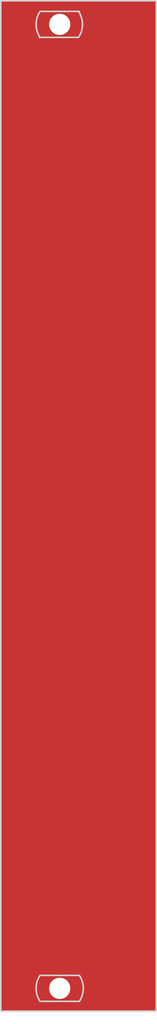
<source format=kicad_pcb>
(kicad_pcb (version 20211014) (generator pcbnew)
  (layers (0 "F.Cu" signal) (31 "B.Cu" signal) (34 "B.Paste" user) (35 "F.Paste" user) (36 "B.SilkS" user "B.Silkscreen") (37 "F.SilkS" user "F.Silkscreen") (38 "B.Mask" user) (39 "F.Mask" user) (44 "Edge.Cuts" user))
  (net 0 "")
  (footprint "MountingHole:MountingHole_2.7mm_M2.5" (layer "F.Cu") (at 7.5 125.5)
    (fp_text reference "H101" hide)
    (fp_text value "MountingHole")
    (pad "" np_thru_hole circle (at 0 0) (size 2.7 2.7) (drill 2.7) (layers *.Cu *.Mask))
  )
  (footprint "MountingHole:MountingHole_2.7mm_M2.5" (layer "F.Cu") (at 7.5 3)
    (fp_text reference "H102" hide)
    (fp_text value "MountingHole")
    (pad "" np_thru_hole circle (at 0 0) (size 2.7 2.7) (drill 2.7) (layers *.Cu *.Mask))
  )
  (gr_rect (start 0 128.4) (end 19.79 0) (layer "F.Cu") (width 0.15) (fill solid))
  (gr_line (start 19.79 0) (end 0 0) (layer "Edge.Cuts") (width 0.2))
  (gr_arc (start 5 127.15) (mid 4.495544 125.5) (end 5 123.85) (layer "Edge.Cuts") (width 0.2))
  (gr_arc (start 9.895 1.35) (mid 10.399456 3) (end 9.895 4.65) (layer "Edge.Cuts") (width 0.2))
  (gr_arc (start 5 4.65) (mid 4.495544 3) (end 5 1.35) (layer "Edge.Cuts") (width 0.2))
  (gr_line (start 5 123.85) (end 10 123.85) (layer "Edge.Cuts") (width 0.2))
  (gr_line (start 19.79 128.4) (end 19.79 0) (layer "Edge.Cuts") (width 0.2))
  (gr_arc (start 10 123.85) (mid 10.504456 125.5) (end 10 127.15) (layer "Edge.Cuts") (width 0.2))
  (gr_line (start 9.895 4.65) (end 4.895 4.65) (layer "Edge.Cuts") (width 0.2))
  (gr_line (start 5 1.35) (end 10 1.35) (layer "Edge.Cuts") (width 0.2))
  (gr_line (start 0 128.4) (end 19.79 128.4) (layer "Edge.Cuts") (width 0.2))
  (gr_line (start 10 127.15) (end 5 127.15) (layer "Edge.Cuts") (width 0.2))
  (gr_line (start 0 0) (end 0 128.4) (layer "Edge.Cuts") (width 0.2))
)
</source>
